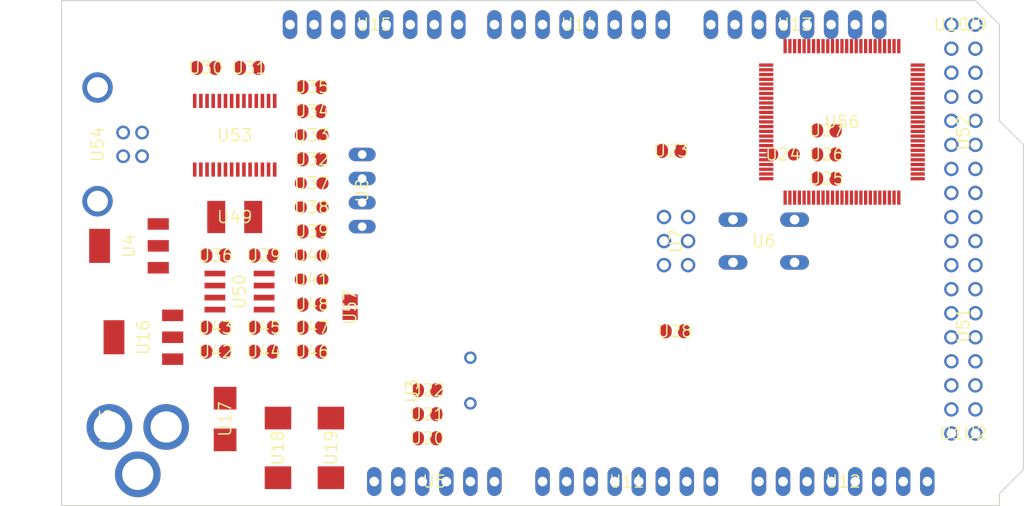
<source format=kicad_pcb>
(kicad_pcb (version 20221018) (generator pcbnew)
  (layers (0 "F.Cu" signal "Top") (31 "B.Cu" signal "Bottom") (34 "B.Paste" user) (35 "F.Paste" user) (36 "B.SilkS" user "B.Silkscreen") (37 "F.SilkS" user "F.Silkscreen") (38 "B.Mask" user) (39 "F.Mask" user) (44 "Edge.Cuts" user))
  (net 0 "")
  (net 1 "+5V")
  (net 2 "GND")
  (net 3 "N$6")
  (net 4 "N$7")
  (net 5 "AREF")
  (net 6 "RESET")
  (net 7 "VIN")
  (net 8 "N$3")
  (net 9 "PWRIN")
  (net 10 "M8RXD")
  (net 11 "M8TXD")
  (net 12 "ADC0")
  (net 13 "ADC2")
  (net 14 "ADC1")
  (net 15 "ADC3")
  (net 16 "ADC4")
  (net 17 "ADC5")
  (net 18 "ADC6")
  (net 19 "ADC7")
  (net 20 "+3V3")
  (net 21 "SDA")
  (net 22 "SCL")
  (net 23 "ADC9")
  (net 24 "ADC8")
  (net 25 "ADC10")
  (net 26 "ADC11")
  (net 27 "ADC12")
  (net 28 "ADC13")
  (net 29 "ADC14")
  (net 30 "ADC15")
  (net 31 "PB3")
  (net 32 "PB2")
  (net 33 "PB1")
  (net 34 "PB5")
  (net 35 "PB4")
  (net 36 "PE5")
  (net 37 "PE4")
  (net 38 "PE3")
  (net 39 "PE1")
  (net 40 "PE0")
  (net 41 "N$15")
  (net 42 "N$53")
  (net 43 "N$54")
  (net 44 "N$55")
  (net 45 "D-")
  (net 46 "D+")
  (net 47 "N$60")
  (net 48 "DTR")
  (net 49 "USBVCC")
  (net 50 "N$2")
  (net 51 "N$4")
  (net 52 "GATE_CMD")
  (net 53 "CMP")
  (net 54 "PB6")
  (net 55 "PH3")
  (net 56 "PH4")
  (net 57 "PH5")
  (net 58 "PH6")
  (net 59 "PG5")
  (net 60 "RXD1")
  (net 61 "TXD1")
  (net 62 "RXD2")
  (net 63 "RXD3")
  (net 64 "TXD2")
  (net 65 "TXD3")
  (net 66 "PC0")
  (net 67 "PC1")
  (net 68 "PC2")
  (net 69 "PC3")
  (net 70 "PC4")
  (net 71 "PC5")
  (net 72 "PC6")
  (net 73 "PC7")
  (net 74 "PB0")
  (net 75 "PG0")
  (net 76 "PG1")
  (net 77 "PG2")
  (net 78 "PD7")
  (net 79 "PA0")
  (net 80 "PA1")
  (net 81 "PA2")
  (net 82 "PA3")
  (net 83 "PA4")
  (net 84 "PA5")
  (net 85 "PA6")
  (net 86 "PA7")
  (net 87 "PL0")
  (net 88 "PL1")
  (net 89 "PL2")
  (net 90 "PL3")
  (net 91 "PL4")
  (net 92 "PL5")
  (net 93 "PL6")
  (net 94 "PL7")
  (net 95 "PB7")
  (net 96 "CTS")
  (net 97 "DSR")
  (net 98 "DCD")
  (net 99 "RI")
  (footprint "Arduino_MEGA_Reference_Design:2X03" (layer "F.Cu") (at 162.5981 103.7336 -90)
    (fp_text reference "U7")
    (fp_text value "")
  )
  (footprint "Arduino_MEGA_Reference_Design:1X08" (layer "F.Cu") (at 152.3111 80.8736 180)
    (fp_text reference "U14")
    (fp_text value "")
  )
  (footprint "Arduino_MEGA_Reference_Design:1X08" (layer "F.Cu") (at 130.7211 80.8736 180)
    (fp_text reference "U15")
    (fp_text value "")
  )
  (footprint "Arduino_MEGA_Reference_Design:SMC_D" (layer "F.Cu") (at 120.5611 125.5776 -90)
    (fp_text reference "U18")
    (fp_text value "")
  )
  (footprint "Arduino_MEGA_Reference_Design:SMC_D" (layer "F.Cu") (at 126.1491 125.5776 -90)
    (fp_text reference "U19")
    (fp_text value "")
  )
  (footprint "Arduino_MEGA_Reference_Design:B3F-10XX" (layer "F.Cu") (at 171.8691 103.7336 180)
    (fp_text reference "U6")
    (fp_text value "")
  )
  (footprint "Arduino_MEGA_Reference_Design:0805RND" (layer "F.Cu") (at 173.9011 94.5896 180)
    (fp_text reference "U24")
    (fp_text value "")
  )
  (footprint "Arduino_MEGA_Reference_Design:SMB" (layer "F.Cu") (at 114.9731 122.5296 -90)
    (fp_text reference "U17")
    (fp_text value "")
  )
  (footprint "Arduino_MEGA_Reference_Design:DC-21MM" (layer "F.Cu") (at 103.0351 123.2916 90)
    (fp_text reference "U55")
    (fp_text value "")
  )
  (footprint "Arduino_MEGA_Reference_Design:HC49_S" (layer "F.Cu") (at 140.8811 118.4656 90)
    (fp_text reference "U3")
    (fp_text value "")
  )
  (footprint "Arduino_MEGA_Reference_Design:SOT223" (layer "F.Cu") (at 106.3371 113.8936 90)
    (fp_text reference "U16")
    (fp_text value "")
  )
  (footprint "Arduino_MEGA_Reference_Design:1X06" (layer "F.Cu") (at 137.0711 129.1336)
    (fp_text reference "U5")
    (fp_text value "")
  )
  (footprint "Arduino_MEGA_Reference_Design:C0805RND" (layer "F.Cu") (at 124.1171 87.4776)
    (fp_text reference "U35")
    (fp_text value "")
  )
  (footprint "Arduino_MEGA_Reference_Design:C0805RND" (layer "F.Cu") (at 162.4711 113.2586)
    (fp_text reference "U28")
    (fp_text value "")
  )
  (footprint "Arduino_MEGA_Reference_Design:C0805RND" (layer "F.Cu") (at 136.3091 122.0216)
    (fp_text reference "U21")
    (fp_text value "")
  )
  (footprint "Arduino_MEGA_Reference_Design:C0805RND" (layer "F.Cu") (at 136.3091 119.4816)
    (fp_text reference "U22")
    (fp_text value "")
  )
  (footprint "Arduino_MEGA_Reference_Design:C0805RND" (layer "F.Cu") (at 113.9571 112.8776)
    (fp_text reference "U43")
    (fp_text value "")
  )
  (footprint "Arduino_MEGA_Reference_Design:RCL_0805RND" (layer "F.Cu") (at 124.1171 105.2576)
    (fp_text reference "U40")
    (fp_text value "")
  )
  (footprint "Arduino_MEGA_Reference_Design:RCL_0805RND" (layer "F.Cu") (at 124.1171 107.7976)
    (fp_text reference "U41")
    (fp_text value "")
  )
  (footprint "Arduino_MEGA_Reference_Design:1X08" (layer "F.Cu") (at 157.3911 129.1336)
    (fp_text reference "U11")
    (fp_text value "")
  )
  (footprint "Arduino_MEGA_Reference_Design:1X08" (layer "F.Cu") (at 175.1711 80.8736 180)
    (fp_text reference "U13")
    (fp_text value "")
  )
  (footprint "Arduino_MEGA_Reference_Design:R0805RND" (layer "F.Cu") (at 178.4731 94.5896 180)
    (fp_text reference "U26")
    (fp_text value "")
  )
  (footprint "Arduino_MEGA_Reference_Design:R0805RND" (layer "F.Cu") (at 178.4731 92.0496 180)
    (fp_text reference "U27")
    (fp_text value "")
  )
  (footprint "Arduino_MEGA_Reference_Design:TQFP100" (layer "F.Cu") (at 180.1260528564453 91.14759826660156 0)
    (fp_text reference "U56")
    (fp_text value "")
  )
  (footprint "Arduino_MEGA_Reference_Design:C0805RND" (layer "F.Cu") (at 162.0901 94.2086 180)
    (fp_text reference "U23")
    (fp_text value "")
  )
  (footprint "Arduino_MEGA_Reference_Design:C0805RND" (layer "F.Cu") (at 136.3091 124.5616)
    (fp_text reference "U20")
    (fp_text value "")
  )
  (footprint "Arduino_MEGA_Reference_Design:1X08" (layer "F.Cu") (at 180.2511 129.1336)
    (fp_text reference "U12")
    (fp_text value "")
  )
  (footprint "Arduino_MEGA_Reference_Design:R0805RND" (layer "F.Cu") (at 124.1171 112.8776)
    (fp_text reference "U47")
    (fp_text value "")
  )
  (footprint "Arduino_MEGA_Reference_Design:C0805RND" (layer "F.Cu") (at 124.1171 115.4176)
    (fp_text reference "U46")
    (fp_text value "")
  )
  (footprint "Arduino_MEGA_Reference_Design:C0805RND" (layer "F.Cu") (at 113.9571 105.2576)
    (fp_text reference "U36")
    (fp_text value "")
  )
  (footprint "Arduino_MEGA_Reference_Design:C0805RND" (layer "F.Cu") (at 112.9411 85.4456)
    (fp_text reference "U30")
    (fp_text value "")
  )
  (footprint "Arduino_MEGA_Reference_Design:0805RND" (layer "F.Cu") (at 124.1171 100.1776 180)
    (fp_text reference "U38")
    (fp_text value "")
  )
  (footprint "Arduino_MEGA_Reference_Design:0805RND" (layer "F.Cu") (at 124.1171 97.6376 180)
    (fp_text reference "U37")
    (fp_text value "")
  )
  (footprint "Arduino_MEGA_Reference_Design:R0805RND" (layer "F.Cu") (at 124.1171 95.0976)
    (fp_text reference "U32")
    (fp_text value "")
  )
  (footprint "Arduino_MEGA_Reference_Design:R0805RND" (layer "F.Cu") (at 124.1171 102.7176)
    (fp_text reference "U39")
    (fp_text value "")
  )
  (footprint "Arduino_MEGA_Reference_Design:SSOP28" (layer "F.Cu") (at 115.9891 92.5576)
    (fp_text reference "U53")
    (fp_text value "")
  )
  (footprint "Arduino_MEGA_Reference_Design:PN61729" (layer "F.Cu") (at 98.9584 93.5228 -90)
    (fp_text reference "U54")
    (fp_text value "")
  )
  (footprint "Arduino_MEGA_Reference_Design:L1812" (layer "F.Cu") (at 115.9891 101.1936)
    (fp_text reference "U49")
    (fp_text value "")
  )
  (footprint "Arduino_MEGA_Reference_Design:C0805RND" (layer "F.Cu") (at 117.5131 85.4456)
    (fp_text reference "U31")
    (fp_text value "")
  )
  (footprint "Arduino_MEGA_Reference_Design:0805RND" (layer "F.Cu") (at 124.1171 92.5576 180)
    (fp_text reference "U33")
    (fp_text value "")
  )
  (footprint "Arduino_MEGA_Reference_Design:R0805RND" (layer "F.Cu") (at 124.1171 90.0176 180)
    (fp_text reference "U34")
    (fp_text value "")
  )
  (footprint "Arduino_MEGA_Reference_Design:C0805RND" (layer "F.Cu") (at 124.1171 110.4392 180)
    (fp_text reference "U48")
    (fp_text value "")
  )
  (footprint "Arduino_MEGA_Reference_Design:SOT223" (layer "F.Cu") (at 104.8131 104.2416 90)
    (fp_text reference "U4")
    (fp_text value "")
  )
  (footprint "Arduino_MEGA_Reference_Design:SO08" (layer "F.Cu") (at 116.4971 109.0676 -90)
    (fp_text reference "U50")
    (fp_text value "")
  )
  (footprint "Arduino_MEGA_Reference_Design:R0805RND" (layer "F.Cu") (at 113.9571 115.4176 180)
    (fp_text reference "U42")
    (fp_text value "")
  )
  (footprint "Arduino_MEGA_Reference_Design:R0805RND" (layer "F.Cu") (at 119.0371 112.8776 180)
    (fp_text reference "U45")
    (fp_text value "")
  )
  (footprint "Arduino_MEGA_Reference_Design:C0805RND" (layer "F.Cu") (at 119.0371 115.4176 180)
    (fp_text reference "U44")
    (fp_text value "")
  )
  (footprint "Arduino_MEGA_Reference_Design:C0805RND" (layer "F.Cu") (at 119.0371 105.2576)
    (fp_text reference "U29")
    (fp_text value "")
  )
  (footprint "Arduino_MEGA_Reference_Design:2X08" (layer "F.Cu") (at 192.9511 92.3036 90)
    (fp_text reference "U52")
    (fp_text value "")
  )
  (footprint "Arduino_MEGA_Reference_Design:2X08" (layer "F.Cu") (at 192.9511 112.6236 90)
    (fp_text reference "U51")
    (fp_text value "")
  )
  (footprint "Arduino_MEGA_Reference_Design:R0805RND" (layer "F.Cu") (at 178.4731 97.1296 180)
    (fp_text reference "U25")
    (fp_text value "")
  )
  (footprint "Arduino_MEGA_Reference_Design:1X01" (layer "F.Cu") (at 191.6811 80.8736)
    (fp_text reference "U10")
    (fp_text value "")
  )
  (footprint "Arduino_MEGA_Reference_Design:1X01" (layer "F.Cu") (at 194.2211 80.8736)
    (fp_text reference "U9")
    (fp_text value "")
  )
  (footprint "Arduino_MEGA_Reference_Design:1X01" (layer "F.Cu") (at 191.6811 124.0536)
    (fp_text reference "U1")
    (fp_text value "")
  )
  (footprint "Arduino_MEGA_Reference_Design:1X01" (layer "F.Cu") (at 194.2211 124.0536)
    (fp_text reference "U2")
    (fp_text value "")
  )
  (footprint "Arduino_MEGA_Reference_Design:SJ" (layer "F.Cu") (at 128.1811 110.7186 -90)
    (fp_text reference "U57")
    (fp_text value "")
  )
  (footprint "Arduino_MEGA_Reference_Design:JP4" (layer "F.Cu") (at 129.4511 98.3996 -90)
    (fp_text reference "U8")
    (fp_text value "")
  )
  (gr_line (start 196.7611 80.8736) (end 196.7611 91.0336) (layer "Edge.Cuts") (width 0.12))
  (gr_line (start 196.7611 130.4036) (end 196.7611 131.6736) (layer "Edge.Cuts") (width 0.12))
  (gr_line (start 194.2211 78.3336) (end 196.7611 80.8736) (layer "Edge.Cuts") (width 0.12))
  (gr_line (start 97.7011 78.3336) (end 194.2211 78.3336) (layer "Edge.Cuts") (width 0.12))
  (gr_line (start 196.7611 91.0336) (end 199.3011 93.5736) (layer "Edge.Cuts") (width 0.12))
  (gr_line (start 97.7011 131.6736) (end 97.7011 78.3336) (layer "Edge.Cuts") (width 0.12))
  (gr_line (start 196.7611 131.6736) (end 97.7011 131.6736) (layer "Edge.Cuts") (width 0.12))
  (gr_line (start 199.3011 93.5736) (end 199.3011 127.8636) (layer "Edge.Cuts") (width 0.12))
  (gr_line (start 199.3011 127.8636) (end 196.7611 130.4036) (layer "Edge.Cuts") (width 0.12))
)
</source>
